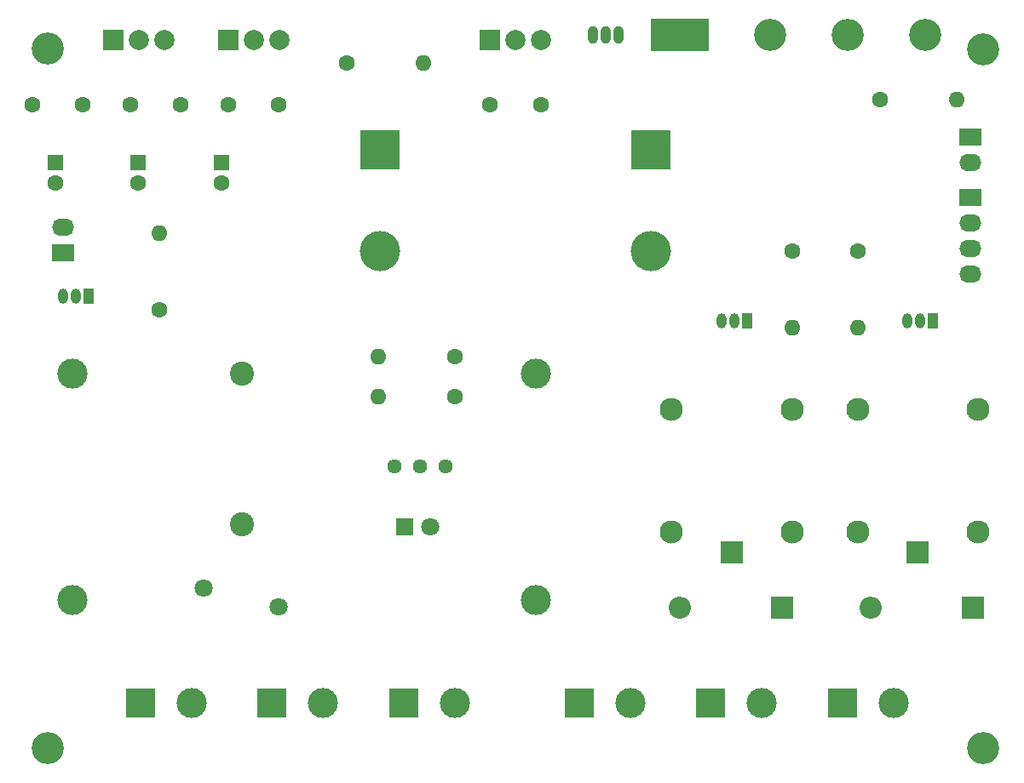
<source format=gbr>
G04 #@! TF.GenerationSoftware,KiCad,Pcbnew,(5.1.7)-1*
G04 #@! TF.CreationDate,2020-11-04T12:53:53+01:00*
G04 #@! TF.ProjectId,PSU,5053552e-6b69-4636-9164-5f7063625858,rev?*
G04 #@! TF.SameCoordinates,Original*
G04 #@! TF.FileFunction,Soldermask,Top*
G04 #@! TF.FilePolarity,Negative*
%FSLAX46Y46*%
G04 Gerber Fmt 4.6, Leading zero omitted, Abs format (unit mm)*
G04 Created by KiCad (PCBNEW (5.1.7)-1) date 2020-11-04 12:53:53*
%MOMM*%
%LPD*%
G01*
G04 APERTURE LIST*
%ADD10O,1.000000X1.800000*%
%ADD11O,1.600000X1.600000*%
%ADD12C,1.600000*%
%ADD13R,1.000000X1.500000*%
%ADD14O,1.000000X1.500000*%
%ADD15O,2.200000X1.700000*%
%ADD16R,2.200000X1.700000*%
%ADD17C,2.000000*%
%ADD18R,2.000000X2.000000*%
%ADD19R,1.600000X1.600000*%
%ADD20C,3.200000*%
%ADD21C,1.440000*%
%ADD22C,1.800000*%
%ADD23C,2.300000*%
%ADD24R,2.300000X2.300000*%
%ADD25C,3.000000*%
%ADD26R,3.000000X3.000000*%
%ADD27R,1.800000X1.800000*%
%ADD28O,2.200000X2.200000*%
%ADD29R,2.200000X2.200000*%
%ADD30R,3.200000X3.200000*%
%ADD31C,4.000000*%
%ADD32R,4.000000X4.000000*%
%ADD33C,2.400000*%
G04 APERTURE END LIST*
D10*
X156710000Y-39000000D03*
X157980000Y-39000000D03*
X159250000Y-39000000D03*
D11*
X113600000Y-58780000D03*
D12*
X113600000Y-66400000D03*
D13*
X106600000Y-65000000D03*
D14*
X104060000Y-65000000D03*
X105330000Y-65000000D03*
D15*
X104000000Y-58130000D03*
D16*
X104000000Y-60670000D03*
D17*
X125580000Y-39500000D03*
X123040000Y-39500000D03*
D18*
X120500000Y-39500000D03*
D11*
X192870000Y-45500000D03*
D12*
X185250000Y-45500000D03*
D15*
X194250000Y-51770000D03*
D16*
X194250000Y-49230000D03*
D15*
X194250000Y-62810000D03*
X194250000Y-60270000D03*
X194250000Y-57730000D03*
D16*
X194250000Y-55190000D03*
D12*
X106000000Y-46000000D03*
X101000000Y-46000000D03*
X103250000Y-53750000D03*
D19*
X103250000Y-51750000D03*
D12*
X115750000Y-46000000D03*
X110750000Y-46000000D03*
X125500000Y-46000000D03*
X120500000Y-46000000D03*
X111500000Y-53750000D03*
D19*
X111500000Y-51750000D03*
D12*
X119750000Y-53750000D03*
D19*
X119750000Y-51750000D03*
D12*
X146500000Y-46000000D03*
X151500000Y-46000000D03*
D17*
X114080000Y-39500000D03*
X111540000Y-39500000D03*
D18*
X109000000Y-39500000D03*
D20*
X195500000Y-110000000D03*
X195500000Y-40500000D03*
X102500000Y-40400000D03*
X102500000Y-110000000D03*
D17*
X151500000Y-39500000D03*
X148960000Y-39500000D03*
D18*
X146420000Y-39500000D03*
D21*
X142080000Y-82000000D03*
X139540000Y-82000000D03*
X137000000Y-82000000D03*
D22*
X125500000Y-95900000D03*
X118000000Y-94100000D03*
D23*
X183000000Y-76300000D03*
X195000000Y-76300000D03*
X183000000Y-88500000D03*
X195000000Y-88500000D03*
D24*
X189000000Y-90500000D03*
D23*
X164500000Y-76300000D03*
X176500000Y-76300000D03*
X164500000Y-88500000D03*
X176500000Y-88500000D03*
D24*
X170500000Y-90500000D03*
D11*
X135380000Y-71000000D03*
D12*
X143000000Y-71000000D03*
D11*
X135380000Y-75000000D03*
D12*
X143000000Y-75000000D03*
D11*
X183000000Y-68120000D03*
D12*
X183000000Y-60500000D03*
D11*
X176500000Y-68120000D03*
D12*
X176500000Y-60500000D03*
D11*
X139870000Y-41800000D03*
D12*
X132250000Y-41800000D03*
D13*
X190500000Y-67500000D03*
D14*
X187960000Y-67500000D03*
X189230000Y-67500000D03*
D13*
X172000000Y-67500000D03*
D14*
X169460000Y-67500000D03*
X170730000Y-67500000D03*
D25*
X186580000Y-105500000D03*
D26*
X181500000Y-105500000D03*
D25*
X173507379Y-105500000D03*
D26*
X168427379Y-105500000D03*
D25*
X129902619Y-105500000D03*
D26*
X124822619Y-105500000D03*
D25*
X116830000Y-105500000D03*
D26*
X111750000Y-105500000D03*
D25*
X142975238Y-105500000D03*
D26*
X137895238Y-105500000D03*
D25*
X160434760Y-105500000D03*
D26*
X155354760Y-105500000D03*
D25*
X151000000Y-95250000D03*
X151000000Y-72750000D03*
X105000000Y-95250000D03*
X105000000Y-72750000D03*
D22*
X140540000Y-88000000D03*
D27*
X138000000Y-88000000D03*
D28*
X184340000Y-96000000D03*
D29*
X194500000Y-96000000D03*
D28*
X165340000Y-96000000D03*
D29*
X175500000Y-96000000D03*
D30*
X166600000Y-39000000D03*
D20*
X174300000Y-39000000D03*
X182000000Y-39000000D03*
X189700000Y-39000000D03*
D30*
X164060000Y-39000000D03*
D31*
X162500000Y-60500000D03*
D32*
X162500000Y-50500000D03*
D31*
X135500000Y-60500000D03*
D32*
X135500000Y-50500000D03*
D33*
X121800000Y-87700000D03*
X121800000Y-72700000D03*
M02*

</source>
